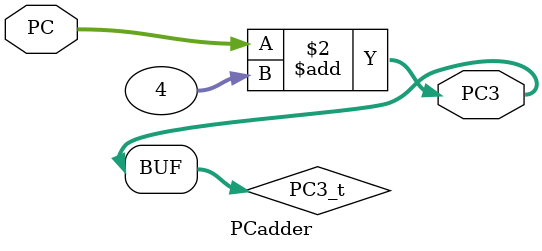
<source format=v>
 `timescale  1ns/100ps
module PCadder(PC,PC3);


	input [31:0]PC;
	output [31:0]PC3;
	reg [31:0]PC3_t;

	always @ (*)
	begin
	
		PC3_t =PC+32'd04; //update PC + 4 +offset
	
	end
//PC+4 update has 1 time units delay.It is parallel to instruction memory read
	assign  PC3=PC3_t; 

endmodule
</source>
